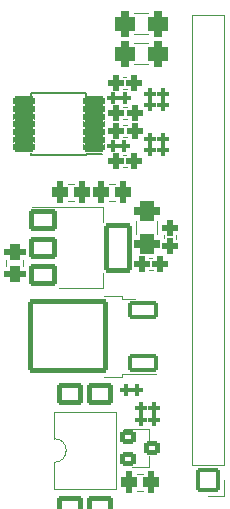
<source format=gto>
G04 #@! TF.GenerationSoftware,KiCad,Pcbnew,6.0.2+dfsg-1*
G04 #@! TF.CreationDate,2022-07-08T08:01:06-07:00*
G04 #@! TF.ProjectId,behavior_panel,62656861-7669-46f7-925f-70616e656c2e,rev?*
G04 #@! TF.SameCoordinates,Original*
G04 #@! TF.FileFunction,Legend,Top*
G04 #@! TF.FilePolarity,Positive*
%FSLAX46Y46*%
G04 Gerber Fmt 4.6, Leading zero omitted, Abs format (unit mm)*
G04 Created by KiCad (PCBNEW 6.0.2+dfsg-1) date 2022-07-08 08:01:06*
%MOMM*%
%LPD*%
G01*
G04 APERTURE LIST*
G04 Aperture macros list*
%AMRoundRect*
0 Rectangle with rounded corners*
0 $1 Rounding radius*
0 $2 $3 $4 $5 $6 $7 $8 $9 X,Y pos of 4 corners*
0 Add a 4 corners polygon primitive as box body*
4,1,4,$2,$3,$4,$5,$6,$7,$8,$9,$2,$3,0*
0 Add four circle primitives for the rounded corners*
1,1,$1+$1,$2,$3*
1,1,$1+$1,$4,$5*
1,1,$1+$1,$6,$7*
1,1,$1+$1,$8,$9*
0 Add four rect primitives between the rounded corners*
20,1,$1+$1,$2,$3,$4,$5,0*
20,1,$1+$1,$4,$5,$6,$7,0*
20,1,$1+$1,$6,$7,$8,$9,0*
20,1,$1+$1,$8,$9,$2,$3,0*%
G04 Aperture macros list end*
%ADD10C,0.120000*%
%ADD11C,0.150000*%
%ADD12RoundRect,0.418750X-0.218750X-0.256250X0.218750X-0.256250X0.218750X0.256250X-0.218750X0.256250X0*%
%ADD13RoundRect,0.347500X-0.172500X0.147500X-0.172500X-0.147500X0.172500X-0.147500X0.172500X0.147500X0*%
%ADD14RoundRect,0.347500X-0.147500X-0.172500X0.147500X-0.172500X0.147500X0.172500X-0.147500X0.172500X0*%
%ADD15RoundRect,0.347500X0.172500X-0.147500X0.172500X0.147500X-0.172500X0.147500X-0.172500X-0.147500X0*%
%ADD16RoundRect,0.418750X0.218750X0.256250X-0.218750X0.256250X-0.218750X-0.256250X0.218750X-0.256250X0*%
%ADD17RoundRect,0.443750X0.243750X0.456250X-0.243750X0.456250X-0.243750X-0.456250X0.243750X-0.456250X0*%
%ADD18RoundRect,0.200000X-1.000000X-0.750000X1.000000X-0.750000X1.000000X0.750000X-1.000000X0.750000X0*%
%ADD19RoundRect,0.200000X-1.000000X-1.900000X1.000000X-1.900000X1.000000X1.900000X-1.000000X1.900000X0*%
%ADD20RoundRect,0.450000X-0.625000X0.375000X-0.625000X-0.375000X0.625000X-0.375000X0.625000X0.375000X0*%
%ADD21RoundRect,0.347500X0.147500X0.172500X-0.147500X0.172500X-0.147500X-0.172500X0.147500X-0.172500X0*%
%ADD22C,6.400000*%
%ADD23RoundRect,0.443750X0.456250X-0.243750X0.456250X0.243750X-0.456250X0.243750X-0.456250X-0.243750X0*%
%ADD24RoundRect,0.200000X0.725000X0.225000X-0.725000X0.225000X-0.725000X-0.225000X0.725000X-0.225000X0*%
%ADD25RoundRect,0.450000X-0.375000X-0.625000X0.375000X-0.625000X0.375000X0.625000X-0.375000X0.625000X0*%
%ADD26RoundRect,0.200000X0.850000X0.850000X-0.850000X0.850000X-0.850000X-0.850000X0.850000X-0.850000X0*%
%ADD27O,2.100000X2.100000*%
%ADD28RoundRect,0.200000X0.890000X-0.750000X0.890000X0.750000X-0.890000X0.750000X-0.890000X-0.750000X0*%
%ADD29RoundRect,0.200000X-0.450000X-0.400000X0.450000X-0.400000X0.450000X0.400000X-0.450000X0.400000X0*%
%ADD30RoundRect,0.200000X1.100000X0.600000X-1.100000X0.600000X-1.100000X-0.600000X1.100000X-0.600000X0*%
%ADD31RoundRect,0.200000X3.200000X2.900000X-3.200000X2.900000X-3.200000X-2.900000X3.200000X-2.900000X0*%
%ADD32RoundRect,0.418750X0.256250X-0.218750X0.256250X0.218750X-0.256250X0.218750X-0.256250X-0.218750X0*%
G04 APERTURE END LIST*
D10*
X135066721Y-58803000D02*
X135392279Y-58803000D01*
X135066721Y-57783000D02*
X135392279Y-57783000D01*
X135054221Y-61343000D02*
X135379779Y-61343000D01*
X135054221Y-60323000D02*
X135379779Y-60323000D01*
X137576679Y-69086000D02*
X137251121Y-69086000D01*
X137576679Y-70106000D02*
X137251121Y-70106000D01*
X130926578Y-62790000D02*
X130409422Y-62790000D01*
X130926578Y-64210000D02*
X130409422Y-64210000D01*
X133342300Y-71583600D02*
X133342300Y-70323600D01*
X129582300Y-71583600D02*
X133342300Y-71583600D01*
X127332300Y-64763600D02*
X133342300Y-64763600D01*
X133342300Y-64763600D02*
X133342300Y-66023600D01*
X136123000Y-65879436D02*
X136123000Y-67083564D01*
X137943000Y-65879436D02*
X137943000Y-67083564D01*
X134385578Y-62790000D02*
X133868422Y-62790000D01*
X134385578Y-64210000D02*
X133868422Y-64210000D01*
X125147000Y-69742578D02*
X125147000Y-69225422D01*
X126567000Y-69742578D02*
X126567000Y-69225422D01*
D11*
X131919400Y-55096500D02*
X127269400Y-55096500D01*
X131919400Y-60221500D02*
X133269400Y-60221500D01*
X131919400Y-60346500D02*
X131919400Y-60221500D01*
X131919400Y-55096500D02*
X131919400Y-55321500D01*
X127269400Y-60346500D02*
X127269400Y-60121500D01*
X131919400Y-60346500D02*
X127269400Y-60346500D01*
X127269400Y-55096500D02*
X127269400Y-55321500D01*
D10*
X135983436Y-50122500D02*
X137187564Y-50122500D01*
X135983436Y-48302500D02*
X137187564Y-48302500D01*
X135054221Y-53719000D02*
X135379779Y-53719000D01*
X135054221Y-54739000D02*
X135379779Y-54739000D01*
X135066821Y-56259000D02*
X135392379Y-56259000D01*
X135066821Y-57279000D02*
X135392379Y-57279000D01*
X135983436Y-50842500D02*
X137187564Y-50842500D01*
X135983436Y-52662500D02*
X137187564Y-52662500D01*
X143570000Y-89214000D02*
X142240000Y-89214000D01*
X143570000Y-86614000D02*
X140910000Y-86614000D01*
X143570000Y-86614000D02*
X143570000Y-48454000D01*
X140910000Y-86614000D02*
X140910000Y-48454000D01*
X143570000Y-48454000D02*
X140910000Y-48454000D01*
X143570000Y-87884000D02*
X143570000Y-89214000D01*
X136707378Y-88746400D02*
X136190222Y-88746400D01*
X136707378Y-87326400D02*
X136190222Y-87326400D01*
X129226000Y-82109000D02*
X129226000Y-84344000D01*
X134426000Y-88579000D02*
X134426000Y-82109000D01*
X134426000Y-82109000D02*
X129226000Y-82109000D01*
X129226000Y-88579000D02*
X134426000Y-88579000D01*
X129226000Y-86344000D02*
X129226000Y-88579000D01*
X129226000Y-86344000D02*
G75*
G03*
X129226000Y-84344000I0J1000000D01*
G01*
X137259600Y-86720800D02*
X137259600Y-85790800D01*
X137259600Y-83560800D02*
X137259600Y-84490800D01*
X137259600Y-83560800D02*
X135099600Y-83560800D01*
X137259600Y-86720800D02*
X135799600Y-86720800D01*
X134959500Y-79141000D02*
X134959500Y-78871000D01*
X134959500Y-72241000D02*
X134959500Y-72511000D01*
X133459500Y-72241000D02*
X134959500Y-72241000D01*
X134959500Y-78871000D02*
X137789500Y-78871000D01*
X133459500Y-79141000D02*
X134959500Y-79141000D01*
X134959500Y-72511000D02*
X136059500Y-72511000D01*
X138478800Y-67447379D02*
X138478800Y-67121821D01*
X139498800Y-67447379D02*
X139498800Y-67121821D01*
%LPC*%
D12*
X134442000Y-58293000D03*
X136017000Y-58293000D03*
X134429500Y-60833000D03*
X136004500Y-60833000D03*
D13*
X138430000Y-55164000D03*
X138430000Y-56134000D03*
X137287000Y-55141000D03*
X137287000Y-56111000D03*
D14*
X134175500Y-59563000D03*
X135145500Y-59563000D03*
X134198500Y-55499000D03*
X135168500Y-55499000D03*
D15*
X137287000Y-59921000D03*
X137287000Y-58951000D03*
D16*
X138201400Y-69596000D03*
X136626400Y-69596000D03*
D17*
X131605500Y-63500000D03*
X129730500Y-63500000D03*
D18*
X128282300Y-65873600D03*
X128282300Y-68173600D03*
D19*
X134582300Y-68173600D03*
D18*
X128282300Y-70473600D03*
D20*
X137033000Y-65081500D03*
X137033000Y-67881500D03*
D17*
X135064500Y-63500000D03*
X133189500Y-63500000D03*
D21*
X136263000Y-80264000D03*
X135293000Y-80264000D03*
D22*
X127000000Y-43000000D03*
X141000000Y-43000000D03*
X127000000Y-95000000D03*
X141000000Y-95000000D03*
D15*
X138430000Y-59921000D03*
X138430000Y-58951000D03*
D23*
X125857000Y-70421500D03*
X125857000Y-68546500D03*
D24*
X132544400Y-59671500D03*
X132544400Y-59021500D03*
X132544400Y-58371500D03*
X132544400Y-57721500D03*
X132544400Y-57071500D03*
X132544400Y-56421500D03*
X132544400Y-55771500D03*
X126644400Y-55771500D03*
X126644400Y-56421500D03*
X126644400Y-57071500D03*
X126644400Y-57721500D03*
X126644400Y-58371500D03*
X126644400Y-59021500D03*
X126644400Y-59671500D03*
D25*
X135185500Y-49212500D03*
X137985500Y-49212500D03*
D12*
X134429500Y-54229000D03*
X136004500Y-54229000D03*
X134442100Y-56769000D03*
X136017100Y-56769000D03*
D25*
X135185500Y-51752500D03*
X137985500Y-51752500D03*
D26*
X142240000Y-87884000D03*
D27*
X142240000Y-85344000D03*
X142240000Y-82804000D03*
X142240000Y-80264000D03*
X142240000Y-77724000D03*
X142240000Y-75184000D03*
X142240000Y-72644000D03*
X142240000Y-70104000D03*
X142240000Y-67564000D03*
X142240000Y-65024000D03*
X142240000Y-62484000D03*
X142240000Y-59944000D03*
X142240000Y-57404000D03*
X142240000Y-54864000D03*
X142240000Y-52324000D03*
X142240000Y-49784000D03*
D15*
X136575800Y-82730200D03*
X136575800Y-81760200D03*
D17*
X137386300Y-88036400D03*
X135511300Y-88036400D03*
D15*
X137668000Y-82730200D03*
X137668000Y-81760200D03*
D28*
X130556000Y-90109000D03*
X133096000Y-90109000D03*
X133096000Y-80579000D03*
X130556000Y-80579000D03*
D29*
X135499600Y-84190800D03*
X135499600Y-86090800D03*
X137499600Y-85140800D03*
D30*
X136689500Y-77971000D03*
D31*
X130389500Y-75691000D03*
D30*
X136689500Y-73411000D03*
D32*
X138988800Y-68072100D03*
X138988800Y-66497100D03*
M02*

</source>
